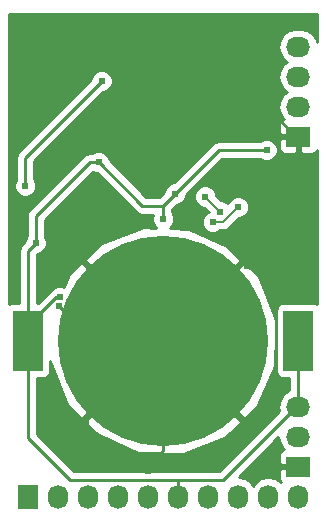
<source format=gbr>
G04 #@! TF.FileFunction,Copper,L2,Bot,Signal*
%FSLAX46Y46*%
G04 Gerber Fmt 4.6, Leading zero omitted, Abs format (unit mm)*
G04 Created by KiCad (PCBNEW 0.201503090816+5484~22~ubuntu14.04.1-product) date Sat 30 May 2015 20:17:53 BST*
%MOMM*%
G01*
G04 APERTURE LIST*
%ADD10C,0.100000*%
%ADD11C,17.800000*%
%ADD12R,2.500000X5.100000*%
%ADD13R,2.032000X1.727200*%
%ADD14O,2.032000X1.727200*%
%ADD15R,1.727200X2.032000*%
%ADD16O,1.727200X2.032000*%
%ADD17C,0.609600*%
%ADD18C,0.254000*%
%ADD19C,0.152400*%
G04 APERTURE END LIST*
D10*
D11*
X146050000Y-109982000D03*
D12*
X134600000Y-109982000D03*
X157500000Y-109982000D03*
D13*
X157480000Y-92710000D03*
D14*
X157480000Y-90170000D03*
X157480000Y-87630000D03*
X157480000Y-85090000D03*
D13*
X157480000Y-120650000D03*
D14*
X157480000Y-118110000D03*
X157480000Y-115570000D03*
D15*
X134620000Y-123190000D03*
D16*
X137160000Y-123190000D03*
X139700000Y-123190000D03*
X142240000Y-123190000D03*
X144780000Y-123190000D03*
X147320000Y-123190000D03*
X149860000Y-123190000D03*
X152400000Y-123190000D03*
X154940000Y-123190000D03*
X157480000Y-123190000D03*
D17*
X143764000Y-86868000D03*
X151384000Y-84455000D03*
X148336000Y-97663000D03*
X150114000Y-101092000D03*
X153162000Y-103632000D03*
X155575000Y-101981000D03*
X134747000Y-91186000D03*
X144780000Y-121031000D03*
X139573000Y-118364000D03*
X137236210Y-107074395D03*
X134112000Y-85344000D03*
X135128000Y-83312000D03*
X136271000Y-84836000D03*
X138557000Y-83693000D03*
X143764000Y-83439000D03*
X149733000Y-83058000D03*
X147066000Y-97536000D03*
X146050000Y-99695000D03*
X154813000Y-93853000D03*
X140589000Y-94869000D03*
X135255000Y-101727000D03*
X137287000Y-106299000D03*
X140843000Y-88011000D03*
X134366002Y-96901000D03*
X149606000Y-97790000D03*
X150876000Y-99060000D03*
X150241000Y-99949000D03*
X152400000Y-98679000D03*
D18*
X148971000Y-86868000D02*
X151384000Y-84455000D01*
X143764000Y-86868000D02*
X148971000Y-86868000D01*
X148336000Y-99314000D02*
X150114000Y-101092000D01*
X148336000Y-97663000D02*
X148336000Y-99314000D01*
X157327600Y-92710000D02*
X157480000Y-92710000D01*
X151384000Y-86766400D02*
X157327600Y-92710000D01*
X151384000Y-84455000D02*
X151384000Y-86766400D01*
X155270201Y-102285799D02*
X155575000Y-101981000D01*
X153162000Y-103632000D02*
X153924000Y-103632000D01*
X153924000Y-103632000D02*
X155270201Y-102285799D01*
X150622000Y-101092000D02*
X153162000Y-103632000D01*
X150114000Y-101092000D02*
X150622000Y-101092000D01*
X139065000Y-86868000D02*
X143764000Y-86868000D01*
X134747000Y-91186000D02*
X139065000Y-86868000D01*
X142240000Y-121031000D02*
X139573000Y-118364000D01*
X144780000Y-121031000D02*
X142240000Y-121031000D01*
X146050000Y-119329948D02*
X146050000Y-109982000D01*
X144780000Y-120599948D02*
X146050000Y-119329948D01*
X144780000Y-121031000D02*
X144780000Y-120599948D01*
X139573000Y-116459000D02*
X146050000Y-109982000D01*
X139573000Y-118364000D02*
X139573000Y-116459000D01*
X155575000Y-116078000D02*
X155575000Y-101981000D01*
X150622000Y-121031000D02*
X155575000Y-116078000D01*
X144780000Y-121031000D02*
X150622000Y-121031000D01*
X140143815Y-109982000D02*
X146050000Y-109982000D01*
X137236210Y-107074395D02*
X140143815Y-109982000D01*
X134747000Y-85979000D02*
X134112000Y-85344000D01*
X135128000Y-83312000D02*
X136271000Y-84455000D01*
X136271000Y-84455000D02*
X136271000Y-84836000D01*
X138557000Y-83693000D02*
X138811000Y-83439000D01*
X138811000Y-83439000D02*
X143764000Y-83439000D01*
X134747000Y-91186000D02*
X134747000Y-85979000D01*
X146050000Y-98552000D02*
X146050000Y-99695000D01*
X147066000Y-97536000D02*
X146050000Y-98552000D01*
X150749000Y-93853000D02*
X154813000Y-93853000D01*
X147066000Y-97536000D02*
X150749000Y-93853000D01*
X144272000Y-98552000D02*
X146050000Y-98552000D01*
X140589000Y-94869000D02*
X144272000Y-98552000D01*
X134600000Y-102382000D02*
X134600000Y-109982000D01*
X135255000Y-101727000D02*
X134600000Y-102382000D01*
X134645410Y-109982000D02*
X134600000Y-109982000D01*
X157500000Y-115550000D02*
X157500000Y-109982000D01*
X157327600Y-115570000D02*
X157480000Y-115570000D01*
X151104600Y-121793000D02*
X157327600Y-115570000D01*
X134600000Y-118217000D02*
X138176000Y-121793000D01*
X134600000Y-109982000D02*
X134600000Y-118217000D01*
X136983000Y-106299000D02*
X137287000Y-106299000D01*
X134600000Y-109982000D02*
X134600000Y-108682000D01*
X134600000Y-108682000D02*
X136983000Y-106299000D01*
X147320000Y-121803475D02*
X147309525Y-121793000D01*
X147320000Y-123190000D02*
X147320000Y-121803475D01*
X147309525Y-121793000D02*
X151104600Y-121793000D01*
X138176000Y-121793000D02*
X147309525Y-121793000D01*
X135255000Y-99441000D02*
X135255000Y-101727000D01*
X139827000Y-94869000D02*
X135255000Y-99441000D01*
X140589000Y-94869000D02*
X139827000Y-94869000D01*
X140843000Y-88011000D02*
X134366002Y-94487998D01*
X134366002Y-94487998D02*
X134366002Y-96469948D01*
X134366002Y-96469948D02*
X134366002Y-96901000D01*
D19*
X150876000Y-99060000D02*
X149606000Y-97790000D01*
X151130000Y-99949000D02*
X150241000Y-99949000D01*
X152400000Y-98679000D02*
X151130000Y-99949000D01*
D18*
G36*
X144927000Y-123317000D02*
X144907000Y-123317000D01*
X144907000Y-123337000D01*
X144653000Y-123337000D01*
X144653000Y-123317000D01*
X144633000Y-123317000D01*
X144633000Y-123063000D01*
X144653000Y-123063000D01*
X144653000Y-123043000D01*
X144907000Y-123043000D01*
X144907000Y-123063000D01*
X144927000Y-123063000D01*
X144927000Y-123317000D01*
X144927000Y-123317000D01*
G37*
X144927000Y-123317000D02*
X144907000Y-123317000D01*
X144907000Y-123337000D01*
X144653000Y-123337000D01*
X144653000Y-123317000D01*
X144633000Y-123317000D01*
X144633000Y-123063000D01*
X144653000Y-123063000D01*
X144653000Y-123043000D01*
X144907000Y-123043000D01*
X144907000Y-123063000D01*
X144927000Y-123063000D01*
X144927000Y-123317000D01*
G36*
X157627000Y-120777000D02*
X157607000Y-120777000D01*
X157607000Y-120797000D01*
X157353000Y-120797000D01*
X157353000Y-120777000D01*
X155987750Y-120777000D01*
X155829000Y-120935750D01*
X155829000Y-121639909D01*
X155925673Y-121873298D01*
X155994515Y-121942140D01*
X155513489Y-121620729D01*
X154940000Y-121506655D01*
X154366511Y-121620729D01*
X153880330Y-121945585D01*
X153670000Y-122260365D01*
X153459670Y-121945585D01*
X152973489Y-121620729D01*
X152457197Y-121518032D01*
X155808032Y-118167197D01*
X155910729Y-118683489D01*
X156235585Y-119169670D01*
X156257779Y-119184499D01*
X156104301Y-119248073D01*
X155925673Y-119426702D01*
X155829000Y-119660091D01*
X155829000Y-120364250D01*
X155987750Y-120523000D01*
X157353000Y-120523000D01*
X157353000Y-120503000D01*
X157607000Y-120503000D01*
X157607000Y-120523000D01*
X157627000Y-120523000D01*
X157627000Y-120777000D01*
X157627000Y-120777000D01*
G37*
X157627000Y-120777000D02*
X157607000Y-120777000D01*
X157607000Y-120797000D01*
X157353000Y-120797000D01*
X157353000Y-120777000D01*
X155987750Y-120777000D01*
X155829000Y-120935750D01*
X155829000Y-121639909D01*
X155925673Y-121873298D01*
X155994515Y-121942140D01*
X155513489Y-121620729D01*
X154940000Y-121506655D01*
X154366511Y-121620729D01*
X153880330Y-121945585D01*
X153670000Y-122260365D01*
X153459670Y-121945585D01*
X152973489Y-121620729D01*
X152457197Y-121518032D01*
X155808032Y-118167197D01*
X155910729Y-118683489D01*
X156235585Y-119169670D01*
X156257779Y-119184499D01*
X156104301Y-119248073D01*
X155925673Y-119426702D01*
X155829000Y-119660091D01*
X155829000Y-120364250D01*
X155987750Y-120523000D01*
X157353000Y-120523000D01*
X157353000Y-120503000D01*
X157607000Y-120503000D01*
X157607000Y-120523000D01*
X157627000Y-120523000D01*
X157627000Y-120777000D01*
G36*
X159081000Y-106889542D02*
X158999640Y-106834623D01*
X158750000Y-106784560D01*
X157353000Y-106784560D01*
X157353000Y-94049850D01*
X157353000Y-92837000D01*
X155987750Y-92837000D01*
X155829000Y-92995750D01*
X155829000Y-93699909D01*
X155925673Y-93933298D01*
X156104301Y-94111927D01*
X156337690Y-94208600D01*
X156590309Y-94208600D01*
X157194250Y-94208600D01*
X157353000Y-94049850D01*
X157353000Y-106784560D01*
X156250000Y-106784560D01*
X156007877Y-106831537D01*
X155795073Y-106971327D01*
X155652623Y-107182360D01*
X155602560Y-107432000D01*
X155602560Y-108260672D01*
X154272134Y-104794521D01*
X153989080Y-104370901D01*
X153339963Y-103737999D01*
X153339963Y-98492882D01*
X153197188Y-98147341D01*
X152933049Y-97882741D01*
X152587758Y-97739363D01*
X152213882Y-97739037D01*
X151868341Y-97881812D01*
X151603741Y-98145951D01*
X151512004Y-98366876D01*
X151409049Y-98263741D01*
X151063758Y-98120363D01*
X150942045Y-98120256D01*
X150545858Y-97724069D01*
X150545963Y-97603882D01*
X150403188Y-97258341D01*
X150139049Y-96993741D01*
X149793758Y-96850363D01*
X149419882Y-96850037D01*
X149074341Y-96992812D01*
X148809741Y-97256951D01*
X148666363Y-97602242D01*
X148666037Y-97976118D01*
X148808812Y-98321659D01*
X149072951Y-98586259D01*
X149418242Y-98729637D01*
X149539954Y-98729743D01*
X149888143Y-99077932D01*
X149709341Y-99151812D01*
X149444741Y-99415951D01*
X149301363Y-99761242D01*
X149301037Y-100135118D01*
X149443812Y-100480659D01*
X149707951Y-100745259D01*
X150053242Y-100888637D01*
X150427118Y-100888963D01*
X150772659Y-100746188D01*
X150858797Y-100660200D01*
X151130000Y-100660200D01*
X151402164Y-100606063D01*
X151402165Y-100606063D01*
X151632894Y-100451894D01*
X152465930Y-99618858D01*
X152586118Y-99618963D01*
X152931659Y-99476188D01*
X153196259Y-99212049D01*
X153339637Y-98866758D01*
X153339963Y-98492882D01*
X153339963Y-103737999D01*
X152901305Y-103310300D01*
X146229605Y-109982000D01*
X152901305Y-116653700D01*
X153989080Y-115593099D01*
X155532028Y-112127825D01*
X155602560Y-109437003D01*
X155602560Y-112532000D01*
X155649537Y-112774123D01*
X155789327Y-112986927D01*
X156000360Y-113129377D01*
X156250000Y-113179440D01*
X156738000Y-113179440D01*
X156738000Y-114182244D01*
X156721766Y-114185474D01*
X156235585Y-114510330D01*
X155910729Y-114996511D01*
X155796655Y-115570000D01*
X155871864Y-115948105D01*
X152721700Y-119098269D01*
X152721700Y-116833305D01*
X146050000Y-110161605D01*
X139378300Y-116833305D01*
X140438901Y-117921080D01*
X143904175Y-119464028D01*
X147696131Y-119563423D01*
X151237479Y-118204134D01*
X151661099Y-117921080D01*
X152721700Y-116833305D01*
X152721700Y-119098269D01*
X150788970Y-121031000D01*
X147309525Y-121031000D01*
X138491630Y-121031000D01*
X135362000Y-117901369D01*
X135362000Y-113179440D01*
X135850000Y-113179440D01*
X136092123Y-113132463D01*
X136304927Y-112992673D01*
X136447377Y-112781640D01*
X136497440Y-112532000D01*
X136497440Y-111703327D01*
X137827866Y-115169479D01*
X138110920Y-115593099D01*
X139198695Y-116653700D01*
X145870395Y-109982000D01*
X139198695Y-103310300D01*
X138110920Y-104370901D01*
X137640207Y-105428063D01*
X137474758Y-105359363D01*
X137100882Y-105359037D01*
X136755341Y-105501812D01*
X136602453Y-105654432D01*
X136602452Y-105654434D01*
X136444185Y-105760185D01*
X135419810Y-106784560D01*
X135362000Y-106784560D01*
X135362000Y-102697630D01*
X135392709Y-102666920D01*
X135441118Y-102666963D01*
X135786659Y-102524188D01*
X136051259Y-102260049D01*
X136194637Y-101914758D01*
X136194963Y-101540882D01*
X136052188Y-101195341D01*
X136017000Y-101160091D01*
X136017000Y-99756630D01*
X140092991Y-95680639D01*
X140401242Y-95808637D01*
X140451050Y-95808680D01*
X143733185Y-99090816D01*
X143980395Y-99255996D01*
X143980396Y-99255997D01*
X144272000Y-99314000D01*
X145190604Y-99314000D01*
X145110363Y-99507242D01*
X145110037Y-99881118D01*
X145252812Y-100226659D01*
X145453902Y-100428100D01*
X144403869Y-100400577D01*
X140862521Y-101759866D01*
X140438901Y-102042920D01*
X139378300Y-103130695D01*
X146050000Y-109802395D01*
X152721700Y-103130695D01*
X151661099Y-102042920D01*
X148195825Y-100499972D01*
X146615360Y-100458544D01*
X146846259Y-100228049D01*
X146989637Y-99882758D01*
X146989963Y-99508882D01*
X146847188Y-99163341D01*
X146812000Y-99128091D01*
X146812000Y-98867630D01*
X147203709Y-98475920D01*
X147252118Y-98475963D01*
X147597659Y-98333188D01*
X147862259Y-98069049D01*
X148005637Y-97723758D01*
X148005680Y-97673949D01*
X151064630Y-94615000D01*
X154245751Y-94615000D01*
X154279951Y-94649259D01*
X154625242Y-94792637D01*
X154999118Y-94792963D01*
X155344659Y-94650188D01*
X155609259Y-94386049D01*
X155752637Y-94040758D01*
X155752963Y-93666882D01*
X155610188Y-93321341D01*
X155346049Y-93056741D01*
X155000758Y-92913363D01*
X154626882Y-92913037D01*
X154281341Y-93055812D01*
X154246091Y-93091000D01*
X150749000Y-93091000D01*
X150457396Y-93149003D01*
X150210185Y-93314184D01*
X146928290Y-96596079D01*
X146879882Y-96596037D01*
X146534341Y-96738812D01*
X146269741Y-97002951D01*
X146126363Y-97348242D01*
X146126319Y-97398050D01*
X145734370Y-97790000D01*
X144587630Y-97790000D01*
X141782963Y-94985333D01*
X141782963Y-87824882D01*
X141640188Y-87479341D01*
X141376049Y-87214741D01*
X141030758Y-87071363D01*
X140656882Y-87071037D01*
X140311341Y-87213812D01*
X140046741Y-87477951D01*
X139903363Y-87823242D01*
X139903319Y-87873049D01*
X133827187Y-93949183D01*
X133662006Y-94196393D01*
X133604002Y-94487998D01*
X133604002Y-96333751D01*
X133569743Y-96367951D01*
X133426365Y-96713242D01*
X133426039Y-97087118D01*
X133568814Y-97432659D01*
X133832953Y-97697259D01*
X134178244Y-97840637D01*
X134552120Y-97840963D01*
X134897661Y-97698188D01*
X135162261Y-97434049D01*
X135305639Y-97088758D01*
X135305965Y-96714882D01*
X135163190Y-96369341D01*
X135128002Y-96334091D01*
X135128002Y-94803628D01*
X140980710Y-88950920D01*
X141029118Y-88950963D01*
X141374659Y-88808188D01*
X141639259Y-88544049D01*
X141782637Y-88198758D01*
X141782963Y-87824882D01*
X141782963Y-94985333D01*
X141528920Y-94731290D01*
X141528963Y-94682882D01*
X141386188Y-94337341D01*
X141122049Y-94072741D01*
X140776758Y-93929363D01*
X140402882Y-93929037D01*
X140057341Y-94071812D01*
X140022091Y-94107000D01*
X139827000Y-94107000D01*
X139535395Y-94165004D01*
X139288184Y-94330185D01*
X134716185Y-98902185D01*
X134551004Y-99149395D01*
X134493000Y-99441000D01*
X134493000Y-101159751D01*
X134458741Y-101193951D01*
X134315363Y-101539242D01*
X134315319Y-101589050D01*
X134061185Y-101843185D01*
X133896004Y-102090395D01*
X133838000Y-102382000D01*
X133838000Y-106784560D01*
X133350000Y-106784560D01*
X133107877Y-106831537D01*
X133019000Y-106889919D01*
X133019000Y-82296000D01*
X159081000Y-82296000D01*
X159081000Y-84676023D01*
X159049271Y-84516511D01*
X158724415Y-84030330D01*
X158238234Y-83705474D01*
X157664745Y-83591400D01*
X157295255Y-83591400D01*
X156721766Y-83705474D01*
X156235585Y-84030330D01*
X155910729Y-84516511D01*
X155796655Y-85090000D01*
X155910729Y-85663489D01*
X156235585Y-86149670D01*
X156550365Y-86360000D01*
X156235585Y-86570330D01*
X155910729Y-87056511D01*
X155796655Y-87630000D01*
X155910729Y-88203489D01*
X156235585Y-88689670D01*
X156550365Y-88900000D01*
X156235585Y-89110330D01*
X155910729Y-89596511D01*
X155796655Y-90170000D01*
X155910729Y-90743489D01*
X156235585Y-91229670D01*
X156257779Y-91244499D01*
X156104301Y-91308073D01*
X155925673Y-91486702D01*
X155829000Y-91720091D01*
X155829000Y-92424250D01*
X155987750Y-92583000D01*
X157353000Y-92583000D01*
X157353000Y-92563000D01*
X157607000Y-92563000D01*
X157607000Y-92583000D01*
X157627000Y-92583000D01*
X157627000Y-92837000D01*
X157607000Y-92837000D01*
X157607000Y-94049850D01*
X157765750Y-94208600D01*
X158369691Y-94208600D01*
X158622310Y-94208600D01*
X158855699Y-94111927D01*
X159034327Y-93933298D01*
X159081000Y-93820619D01*
X159081000Y-106889542D01*
X159081000Y-106889542D01*
G37*
X159081000Y-106889542D02*
X158999640Y-106834623D01*
X158750000Y-106784560D01*
X157353000Y-106784560D01*
X157353000Y-94049850D01*
X157353000Y-92837000D01*
X155987750Y-92837000D01*
X155829000Y-92995750D01*
X155829000Y-93699909D01*
X155925673Y-93933298D01*
X156104301Y-94111927D01*
X156337690Y-94208600D01*
X156590309Y-94208600D01*
X157194250Y-94208600D01*
X157353000Y-94049850D01*
X157353000Y-106784560D01*
X156250000Y-106784560D01*
X156007877Y-106831537D01*
X155795073Y-106971327D01*
X155652623Y-107182360D01*
X155602560Y-107432000D01*
X155602560Y-108260672D01*
X154272134Y-104794521D01*
X153989080Y-104370901D01*
X153339963Y-103737999D01*
X153339963Y-98492882D01*
X153197188Y-98147341D01*
X152933049Y-97882741D01*
X152587758Y-97739363D01*
X152213882Y-97739037D01*
X151868341Y-97881812D01*
X151603741Y-98145951D01*
X151512004Y-98366876D01*
X151409049Y-98263741D01*
X151063758Y-98120363D01*
X150942045Y-98120256D01*
X150545858Y-97724069D01*
X150545963Y-97603882D01*
X150403188Y-97258341D01*
X150139049Y-96993741D01*
X149793758Y-96850363D01*
X149419882Y-96850037D01*
X149074341Y-96992812D01*
X148809741Y-97256951D01*
X148666363Y-97602242D01*
X148666037Y-97976118D01*
X148808812Y-98321659D01*
X149072951Y-98586259D01*
X149418242Y-98729637D01*
X149539954Y-98729743D01*
X149888143Y-99077932D01*
X149709341Y-99151812D01*
X149444741Y-99415951D01*
X149301363Y-99761242D01*
X149301037Y-100135118D01*
X149443812Y-100480659D01*
X149707951Y-100745259D01*
X150053242Y-100888637D01*
X150427118Y-100888963D01*
X150772659Y-100746188D01*
X150858797Y-100660200D01*
X151130000Y-100660200D01*
X151402164Y-100606063D01*
X151402165Y-100606063D01*
X151632894Y-100451894D01*
X152465930Y-99618858D01*
X152586118Y-99618963D01*
X152931659Y-99476188D01*
X153196259Y-99212049D01*
X153339637Y-98866758D01*
X153339963Y-98492882D01*
X153339963Y-103737999D01*
X152901305Y-103310300D01*
X146229605Y-109982000D01*
X152901305Y-116653700D01*
X153989080Y-115593099D01*
X155532028Y-112127825D01*
X155602560Y-109437003D01*
X155602560Y-112532000D01*
X155649537Y-112774123D01*
X155789327Y-112986927D01*
X156000360Y-113129377D01*
X156250000Y-113179440D01*
X156738000Y-113179440D01*
X156738000Y-114182244D01*
X156721766Y-114185474D01*
X156235585Y-114510330D01*
X155910729Y-114996511D01*
X155796655Y-115570000D01*
X155871864Y-115948105D01*
X152721700Y-119098269D01*
X152721700Y-116833305D01*
X146050000Y-110161605D01*
X139378300Y-116833305D01*
X140438901Y-117921080D01*
X143904175Y-119464028D01*
X147696131Y-119563423D01*
X151237479Y-118204134D01*
X151661099Y-117921080D01*
X152721700Y-116833305D01*
X152721700Y-119098269D01*
X150788970Y-121031000D01*
X147309525Y-121031000D01*
X138491630Y-121031000D01*
X135362000Y-117901369D01*
X135362000Y-113179440D01*
X135850000Y-113179440D01*
X136092123Y-113132463D01*
X136304927Y-112992673D01*
X136447377Y-112781640D01*
X136497440Y-112532000D01*
X136497440Y-111703327D01*
X137827866Y-115169479D01*
X138110920Y-115593099D01*
X139198695Y-116653700D01*
X145870395Y-109982000D01*
X139198695Y-103310300D01*
X138110920Y-104370901D01*
X137640207Y-105428063D01*
X137474758Y-105359363D01*
X137100882Y-105359037D01*
X136755341Y-105501812D01*
X136602453Y-105654432D01*
X136602452Y-105654434D01*
X136444185Y-105760185D01*
X135419810Y-106784560D01*
X135362000Y-106784560D01*
X135362000Y-102697630D01*
X135392709Y-102666920D01*
X135441118Y-102666963D01*
X135786659Y-102524188D01*
X136051259Y-102260049D01*
X136194637Y-101914758D01*
X136194963Y-101540882D01*
X136052188Y-101195341D01*
X136017000Y-101160091D01*
X136017000Y-99756630D01*
X140092991Y-95680639D01*
X140401242Y-95808637D01*
X140451050Y-95808680D01*
X143733185Y-99090816D01*
X143980395Y-99255996D01*
X143980396Y-99255997D01*
X144272000Y-99314000D01*
X145190604Y-99314000D01*
X145110363Y-99507242D01*
X145110037Y-99881118D01*
X145252812Y-100226659D01*
X145453902Y-100428100D01*
X144403869Y-100400577D01*
X140862521Y-101759866D01*
X140438901Y-102042920D01*
X139378300Y-103130695D01*
X146050000Y-109802395D01*
X152721700Y-103130695D01*
X151661099Y-102042920D01*
X148195825Y-100499972D01*
X146615360Y-100458544D01*
X146846259Y-100228049D01*
X146989637Y-99882758D01*
X146989963Y-99508882D01*
X146847188Y-99163341D01*
X146812000Y-99128091D01*
X146812000Y-98867630D01*
X147203709Y-98475920D01*
X147252118Y-98475963D01*
X147597659Y-98333188D01*
X147862259Y-98069049D01*
X148005637Y-97723758D01*
X148005680Y-97673949D01*
X151064630Y-94615000D01*
X154245751Y-94615000D01*
X154279951Y-94649259D01*
X154625242Y-94792637D01*
X154999118Y-94792963D01*
X155344659Y-94650188D01*
X155609259Y-94386049D01*
X155752637Y-94040758D01*
X155752963Y-93666882D01*
X155610188Y-93321341D01*
X155346049Y-93056741D01*
X155000758Y-92913363D01*
X154626882Y-92913037D01*
X154281341Y-93055812D01*
X154246091Y-93091000D01*
X150749000Y-93091000D01*
X150457396Y-93149003D01*
X150210185Y-93314184D01*
X146928290Y-96596079D01*
X146879882Y-96596037D01*
X146534341Y-96738812D01*
X146269741Y-97002951D01*
X146126363Y-97348242D01*
X146126319Y-97398050D01*
X145734370Y-97790000D01*
X144587630Y-97790000D01*
X141782963Y-94985333D01*
X141782963Y-87824882D01*
X141640188Y-87479341D01*
X141376049Y-87214741D01*
X141030758Y-87071363D01*
X140656882Y-87071037D01*
X140311341Y-87213812D01*
X140046741Y-87477951D01*
X139903363Y-87823242D01*
X139903319Y-87873049D01*
X133827187Y-93949183D01*
X133662006Y-94196393D01*
X133604002Y-94487998D01*
X133604002Y-96333751D01*
X133569743Y-96367951D01*
X133426365Y-96713242D01*
X133426039Y-97087118D01*
X133568814Y-97432659D01*
X133832953Y-97697259D01*
X134178244Y-97840637D01*
X134552120Y-97840963D01*
X134897661Y-97698188D01*
X135162261Y-97434049D01*
X135305639Y-97088758D01*
X135305965Y-96714882D01*
X135163190Y-96369341D01*
X135128002Y-96334091D01*
X135128002Y-94803628D01*
X140980710Y-88950920D01*
X141029118Y-88950963D01*
X141374659Y-88808188D01*
X141639259Y-88544049D01*
X141782637Y-88198758D01*
X141782963Y-87824882D01*
X141782963Y-94985333D01*
X141528920Y-94731290D01*
X141528963Y-94682882D01*
X141386188Y-94337341D01*
X141122049Y-94072741D01*
X140776758Y-93929363D01*
X140402882Y-93929037D01*
X140057341Y-94071812D01*
X140022091Y-94107000D01*
X139827000Y-94107000D01*
X139535395Y-94165004D01*
X139288184Y-94330185D01*
X134716185Y-98902185D01*
X134551004Y-99149395D01*
X134493000Y-99441000D01*
X134493000Y-101159751D01*
X134458741Y-101193951D01*
X134315363Y-101539242D01*
X134315319Y-101589050D01*
X134061185Y-101843185D01*
X133896004Y-102090395D01*
X133838000Y-102382000D01*
X133838000Y-106784560D01*
X133350000Y-106784560D01*
X133107877Y-106831537D01*
X133019000Y-106889919D01*
X133019000Y-82296000D01*
X159081000Y-82296000D01*
X159081000Y-84676023D01*
X159049271Y-84516511D01*
X158724415Y-84030330D01*
X158238234Y-83705474D01*
X157664745Y-83591400D01*
X157295255Y-83591400D01*
X156721766Y-83705474D01*
X156235585Y-84030330D01*
X155910729Y-84516511D01*
X155796655Y-85090000D01*
X155910729Y-85663489D01*
X156235585Y-86149670D01*
X156550365Y-86360000D01*
X156235585Y-86570330D01*
X155910729Y-87056511D01*
X155796655Y-87630000D01*
X155910729Y-88203489D01*
X156235585Y-88689670D01*
X156550365Y-88900000D01*
X156235585Y-89110330D01*
X155910729Y-89596511D01*
X155796655Y-90170000D01*
X155910729Y-90743489D01*
X156235585Y-91229670D01*
X156257779Y-91244499D01*
X156104301Y-91308073D01*
X155925673Y-91486702D01*
X155829000Y-91720091D01*
X155829000Y-92424250D01*
X155987750Y-92583000D01*
X157353000Y-92583000D01*
X157353000Y-92563000D01*
X157607000Y-92563000D01*
X157607000Y-92583000D01*
X157627000Y-92583000D01*
X157627000Y-92837000D01*
X157607000Y-92837000D01*
X157607000Y-94049850D01*
X157765750Y-94208600D01*
X158369691Y-94208600D01*
X158622310Y-94208600D01*
X158855699Y-94111927D01*
X159034327Y-93933298D01*
X159081000Y-93820619D01*
X159081000Y-106889542D01*
M02*

</source>
